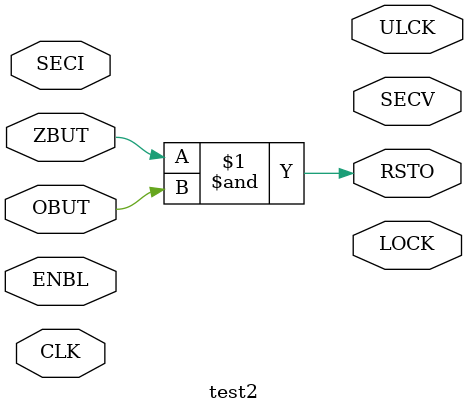
<source format=sv>
module test2(ZBUT, OBUT, SECI, ENBL, SECV, RSTO, LOCK, ULCK, CLK);

    input reg ZBUT;
    input reg OBUT;
    input SECI;
    input ENBL;
    input CLK;
    output RSTO, LOCK, ULCK, SECV;
    wire dig0;

    and(RSTO, ZBUT, OBUT);
    nand(dig0, ZBUT, OBUT);

    initial
      begin
        
      end

endmodule
</source>
